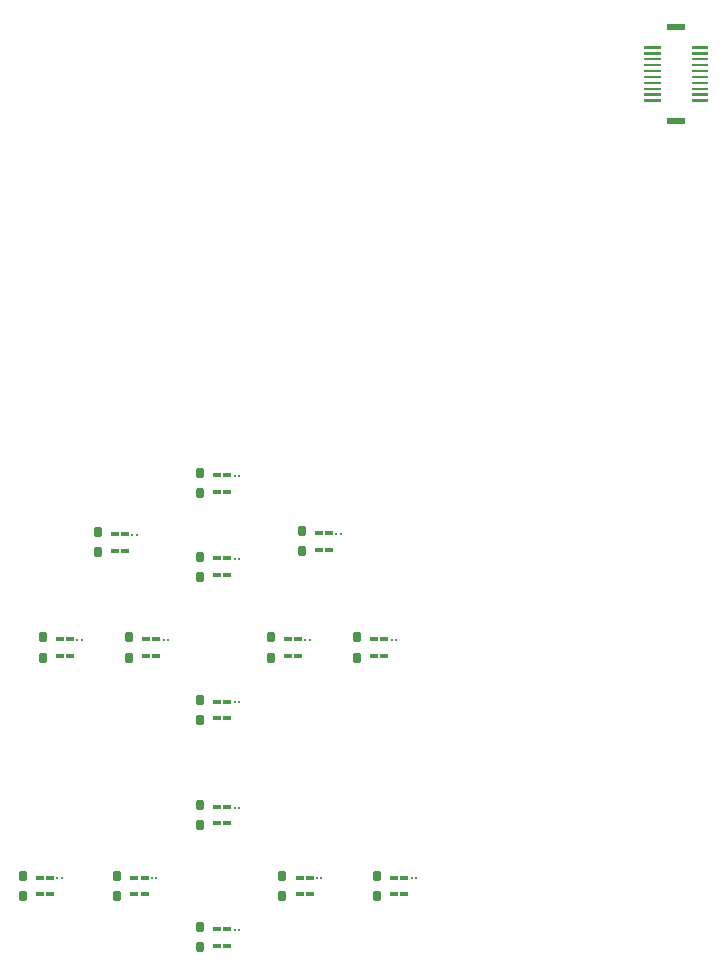
<source format=gbr>
%TF.GenerationSoftware,Altium Limited,Altium Designer,21.6.4 (81)*%
G04 Layer_Color=8421504*
%FSLAX26Y26*%
%MOIN*%
%TF.SameCoordinates,9211681A-A755-4052-9ADE-E47D4287157B*%
%TF.FilePolarity,Positive*%
%TF.FileFunction,Paste,Top*%
%TF.Part,Single*%
G01*
G75*
%TA.AperFunction,NonConductor*%
%ADD32R,0.023622X0.031496*%
%ADD33R,0.025591X0.011811*%
%ADD34R,0.025590X0.011811*%
%TA.AperFunction,SMDPad,SMDef*%
%ADD35R,0.062992X0.023622*%
%ADD36R,0.055118X0.003937*%
G04:AMPARAMS|DCode=37|XSize=23.622mil|YSize=31.496mil|CornerRadius=3.937mil|HoleSize=0mil|Usage=FLASHONLY|Rotation=180.000|XOffset=0mil|YOffset=0mil|HoleType=Round|Shape=RoundedRectangle|*
%AMROUNDEDRECTD37*
21,1,0.023622,0.023622,0,0,180.0*
21,1,0.015748,0.031496,0,0,180.0*
1,1,0.007874,-0.007874,0.011811*
1,1,0.007874,0.007874,0.011811*
1,1,0.007874,0.007874,-0.011811*
1,1,0.007874,-0.007874,-0.011811*
%
%ADD37ROUNDEDRECTD37*%
%TA.AperFunction,SMDPad,CuDef*%
%ADD38R,0.005905X0.009842*%
%TA.AperFunction,SMDPad,SMDef*%
%ADD39R,0.017716X0.004724*%
G36*
X1478346Y2955906D02*
X1423228D01*
Y2964173D01*
X1478346D01*
Y2955906D01*
D02*
G37*
G36*
X1478347Y2975591D02*
X1423228D01*
Y2983858D01*
X1478347D01*
Y2975591D01*
D02*
G37*
G36*
X1478346Y3014961D02*
X1423228D01*
Y3023228D01*
X1478346D01*
Y3014961D01*
D02*
G37*
G36*
Y2995276D02*
X1423228D01*
Y3003543D01*
X1478346D01*
Y2995276D01*
D02*
G37*
G36*
Y3034646D02*
X1423228D01*
Y3042913D01*
X1478346D01*
Y3034646D01*
D02*
G37*
G36*
Y3074016D02*
X1423228D01*
Y3082284D01*
X1478346D01*
Y3074016D01*
D02*
G37*
G36*
Y3054331D02*
X1423228D01*
Y3062599D01*
X1478346D01*
Y3054331D01*
D02*
G37*
G36*
Y3093701D02*
X1423228D01*
Y3101969D01*
X1478346D01*
Y3093701D01*
D02*
G37*
G36*
Y3113386D02*
X1423228D01*
Y3121654D01*
X1478346D01*
Y3113386D01*
D02*
G37*
G36*
Y3133071D02*
X1423228D01*
Y3141339D01*
X1478346D01*
Y3133071D01*
D02*
G37*
G36*
X1635827Y2995276D02*
X1580709D01*
Y3003543D01*
X1635827D01*
Y2995276D01*
D02*
G37*
G36*
X1635827Y2975591D02*
X1580709D01*
Y2983858D01*
X1635827D01*
Y2975591D01*
D02*
G37*
G36*
X1635827Y2955906D02*
X1580709D01*
Y2964173D01*
X1635827D01*
Y2955906D01*
D02*
G37*
G36*
Y3014961D02*
X1580709D01*
Y3023228D01*
X1635827D01*
Y3014961D01*
D02*
G37*
G36*
Y3034646D02*
X1580709D01*
Y3042913D01*
X1635827D01*
Y3034646D01*
D02*
G37*
G36*
Y3074016D02*
X1580709D01*
Y3082284D01*
X1635827D01*
Y3074016D01*
D02*
G37*
G36*
Y3054331D02*
X1580709D01*
Y3062599D01*
X1635827D01*
Y3054331D01*
D02*
G37*
G36*
Y3093701D02*
X1580709D01*
Y3101969D01*
X1635827D01*
Y3093701D01*
D02*
G37*
G36*
Y3113386D02*
X1580709D01*
Y3121654D01*
X1635827D01*
Y3113386D01*
D02*
G37*
G36*
Y3133071D02*
X1580709D01*
Y3141339D01*
X1635827D01*
Y3133071D01*
D02*
G37*
D32*
X-399606Y1453937D02*
D03*
Y1520866D02*
D03*
X280709Y1457086D02*
D03*
Y1524016D02*
D03*
X-649606Y375197D02*
D03*
Y308268D02*
D03*
X-334646Y375197D02*
D03*
Y308268D02*
D03*
X-59055Y961811D02*
D03*
Y894882D02*
D03*
Y203937D02*
D03*
Y137008D02*
D03*
X-582677Y1170472D02*
D03*
Y1103543D02*
D03*
X-295276Y1170472D02*
D03*
Y1103543D02*
D03*
X-59055Y1440157D02*
D03*
Y1373228D02*
D03*
X464567Y1170472D02*
D03*
Y1103543D02*
D03*
X177165Y1170472D02*
D03*
Y1103543D02*
D03*
X-59055Y1717716D02*
D03*
Y1650787D02*
D03*
X531496Y375197D02*
D03*
Y308268D02*
D03*
X216536Y375197D02*
D03*
Y308267D02*
D03*
X-59055Y611417D02*
D03*
Y544488D02*
D03*
D33*
X-308071Y1514960D02*
D03*
Y1459842D02*
D03*
X372244Y1518110D02*
D03*
Y1462992D02*
D03*
X-558071Y314173D02*
D03*
Y369291D02*
D03*
X-243110Y314173D02*
D03*
Y369291D02*
D03*
X32480Y900787D02*
D03*
Y955905D02*
D03*
Y142913D02*
D03*
Y198031D02*
D03*
X-491142Y1109449D02*
D03*
Y1164567D02*
D03*
X-203740Y1109449D02*
D03*
Y1164567D02*
D03*
X32480Y1379133D02*
D03*
Y1434252D02*
D03*
X556102Y1109449D02*
D03*
Y1164567D02*
D03*
X268701Y1109449D02*
D03*
Y1164567D02*
D03*
X32480Y1656693D02*
D03*
Y1711811D02*
D03*
X623031Y314173D02*
D03*
Y369291D02*
D03*
X308071Y314173D02*
D03*
Y369291D02*
D03*
X32480Y550394D02*
D03*
Y605512D02*
D03*
D34*
X-341536Y1514960D02*
D03*
Y1459842D02*
D03*
X338780Y1518110D02*
D03*
Y1462992D02*
D03*
X-591535Y314173D02*
D03*
Y369291D02*
D03*
X-276575Y314173D02*
D03*
Y369291D02*
D03*
X-984Y900787D02*
D03*
Y955905D02*
D03*
Y142913D02*
D03*
Y198031D02*
D03*
X-524606Y1109449D02*
D03*
Y1164567D02*
D03*
X-237205Y1109449D02*
D03*
Y1164567D02*
D03*
X-984Y1379133D02*
D03*
Y1434252D02*
D03*
X522638Y1109449D02*
D03*
Y1164567D02*
D03*
X235236Y1109449D02*
D03*
Y1164567D02*
D03*
X-984Y1656693D02*
D03*
Y1711811D02*
D03*
X589567Y314173D02*
D03*
Y369291D02*
D03*
X274606Y314173D02*
D03*
Y369291D02*
D03*
X-984Y550394D02*
D03*
Y605512D02*
D03*
D35*
X1529538Y3206063D02*
D03*
Y2891102D02*
D03*
D36*
X1608278Y3137165D02*
D03*
Y3117480D02*
D03*
Y3097795D02*
D03*
Y3078110D02*
D03*
Y3058425D02*
D03*
Y3038740D02*
D03*
Y3019055D02*
D03*
Y2999370D02*
D03*
Y2979685D02*
D03*
Y2960000D02*
D03*
X1450798Y3117480D02*
D03*
Y3097795D02*
D03*
Y3078110D02*
D03*
Y3058425D02*
D03*
Y3038740D02*
D03*
Y3019055D02*
D03*
Y2999370D02*
D03*
Y2979685D02*
D03*
Y2960000D02*
D03*
Y3137165D02*
D03*
D37*
X-399606Y1520866D02*
D03*
Y1453937D02*
D03*
X280709Y1524016D02*
D03*
Y1457086D02*
D03*
X-649606Y308268D02*
D03*
Y375197D02*
D03*
X-334646Y308268D02*
D03*
Y375197D02*
D03*
X-59055Y894882D02*
D03*
Y961811D02*
D03*
Y137008D02*
D03*
Y203937D02*
D03*
X-582677Y1103543D02*
D03*
Y1170472D02*
D03*
X-295276Y1103543D02*
D03*
Y1170472D02*
D03*
X-59055Y1373228D02*
D03*
Y1440157D02*
D03*
X464567Y1103543D02*
D03*
Y1170472D02*
D03*
X177165Y1103543D02*
D03*
Y1170472D02*
D03*
X-59055Y1650787D02*
D03*
Y1717716D02*
D03*
X531496Y308268D02*
D03*
Y375197D02*
D03*
X216536Y308267D02*
D03*
Y375197D02*
D03*
X-59055Y544488D02*
D03*
Y611417D02*
D03*
D38*
X-283464Y1512992D02*
D03*
X-269685D02*
D03*
X396851Y1516142D02*
D03*
X410630D02*
D03*
X-519685Y367323D02*
D03*
X-533465D02*
D03*
X-204724D02*
D03*
X-218504D02*
D03*
X70866Y953937D02*
D03*
X57087D02*
D03*
X70866Y196063D02*
D03*
X57087D02*
D03*
X-452756Y1162599D02*
D03*
X-466535D02*
D03*
X-165354D02*
D03*
X-179134D02*
D03*
X70866Y1432284D02*
D03*
X57087D02*
D03*
X594488Y1162599D02*
D03*
X580709D02*
D03*
X307087D02*
D03*
X293307D02*
D03*
X70866Y1709843D02*
D03*
X57087D02*
D03*
X661417Y367323D02*
D03*
X647638D02*
D03*
X346457Y367323D02*
D03*
X332677D02*
D03*
X70866Y603544D02*
D03*
X57087D02*
D03*
D39*
X-276575Y1487402D02*
D03*
X403740Y1490551D02*
D03*
X-526575Y341733D02*
D03*
X-211614D02*
D03*
X63977Y928346D02*
D03*
Y170473D02*
D03*
X-459646Y1137008D02*
D03*
X-172244D02*
D03*
X63977Y1406693D02*
D03*
X587598Y1137008D02*
D03*
X300197D02*
D03*
X63977Y1684252D02*
D03*
X654528Y341733D02*
D03*
X339567Y341732D02*
D03*
X63977Y577953D02*
D03*
%TF.MD5,4f0406ea11caa200b40f5db2a38b5154*%
M02*

</source>
